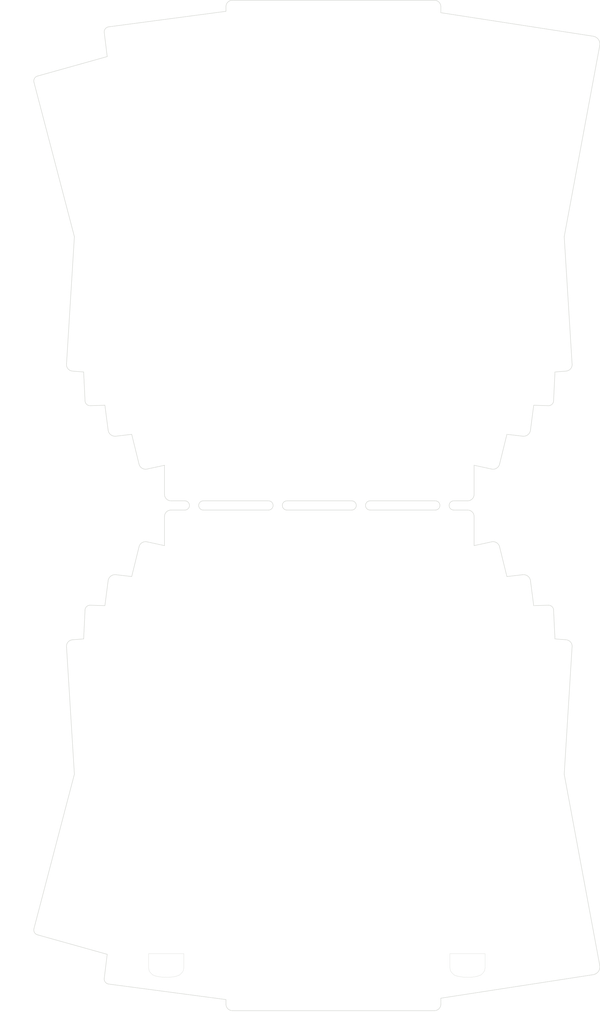
<source format=kicad_pcb>
(kicad_pcb (version 20221018) (generator pcbnew)
  (layers (0 "F.Cu" signal) (31 "B.Cu" signal) (34 "B.Paste" user) (35 "F.Paste" user) (36 "B.SilkS" user "B.Silkscreen") (37 "F.SilkS" user "F.Silkscreen") (38 "B.Mask" user) (39 "F.Mask" user) (44 "Edge.Cuts" user))
  (net 0 "")
  (footprint "0_local:Lanyard_Hole" (layer "F.Cu") (at 75 221.5 180)
    (fp_text reference "Lanyard" hide)
    (fp_text value "Lanyard_Hole" hide)
    (fp_line (start -3.831 -0.784) (end -3.704 -1.419) (stroke (width 0.05)) (layer "Edge.Cuts"))
    (fp_line (start -3.831 2.2894) (end -3.831 -0.784) (stroke (width 0.05)) (layer "Edge.Cuts"))
    (fp_line (start -3.704 -1.419) (end -3.45 -1.8) (stroke (width 0.05)) (layer "Edge.Cuts"))
    (fp_line (start -3.45 -1.8) (end -2.942 -2.308) (stroke (width 0.05)) (layer "Edge.Cuts"))
    (fp_line (start -2.942 -2.308) (end -2.307 -2.562) (stroke (width 0.05)) (layer "Edge.Cuts"))
    (fp_line (start -2.307 -2.562) (end -1.799 -2.689) (stroke (width 0.05)) (layer "Edge.Cuts"))
    (fp_line (start -1.799 -2.689) (end -0.783 -2.816) (stroke (width 0.05)) (layer "Edge.Cuts"))
    (fp_line (start -0.021 -2.816) (end -0.783 -2.816) (stroke (width 0.05)) (layer "Edge.Cuts"))
    (fp_line (start -0.021 -2.816) (end 0.741 -2.816) (stroke (width 0.05)) (layer "Edge.Cuts"))
    (fp_line (start 0.741 -2.816) (end 1.63 -2.689) (stroke (width 0.05)) (layer "Edge.Cuts"))
    (fp_line (start 1.63 -2.689) (end 2.265 -2.562) (stroke (width 0.05)) (layer "Edge.Cuts"))
    (fp_line (start 2.265 -2.562) (end 2.9 -2.308) (stroke (width 0.05)) (layer "Edge.Cuts"))
    (fp_line (start 2.9 -2.308) (end 3.408 -1.8) (stroke (width 0.05)) (layer "Edge.Cuts"))
    (fp_line (start 3.408 -1.8) (end 3.662 -1.419) (stroke (width 0.05)) (layer "Edge.Cuts"))
    (fp_line (start 3.662 -1.419) (end 3.789 -0.784) (stroke (width 0.05)) (layer "Edge.Cuts"))
    (fp_line (start 3.789 2.2894) (end -3.831 2.2894) (stroke (width 0.05)) (layer "Edge.Cuts"))
    (fp_line (start 3.789 2.2894) (end 3.789 -0.784) (stroke (width 0.05)) (layer "Edge.Cuts"))
  )
  (footprint "0_local:MountingHole_3.2mm_M3" (layer "F.Cu") (at 55 49)
    (fp_text reference "REF**" hide)
    (fp_text value "3.2mm_M3")
    (pad "" np_thru_hole circle (at 0 0) (size 3.2 3.2) (drill 3.2) (layers "F&B.Cu" "*.Mask"))
  )
  (footprint "0_badge:cowboys_vs_dinos_edgecuts" (layer "F.Cu") (at 108.15 66.15)
    (fp_text reference "Edge_Cuts")
    (fp_text value "edge_cuts_01" hide)
    (fp_line (start -61.737792 -35.583291) (end -53 -2.2) (stroke (width 0.1)) (layer "Edge.Cuts"))
    (fp_line (start -61.737792 147.583291) (end -53 114.2) (stroke (width 0.1)) (layer "Edge.Cuts"))
    (fp_line (start -53.39406 26.910896) (end -51 27.1) (stroke (width 0.1)) (layer "Edge.Cuts"))
    (fp_line (start -53.39406 85.089104) (end -51 84.9) (stroke (width 0.1)) (layer "Edge.Cuts"))
    (fp_line (start -53 -2.2) (end -54.7 25.301314) (stroke (width 0.1)) (layer "Edge.Cuts"))
    (fp_line (start -53 114.2) (end -54.7 86.698686) (stroke (width 0.1)) (layer "Edge.Cuts"))
    (fp_line (start -51 27.1) (end -50.7 33.3) (stroke (width 0.1)) (layer "Edge.Cuts"))
    (fp_line (start -51 84.9) (end -50.7 78.7) (stroke (width 0.1)) (layer "Edge.Cuts"))
    (fp_line (start -49.6 34.4) (end -46.4 34.3) (stroke (width 0.1)) (layer "Edge.Cuts"))
    (fp_line (start -49.6 77.6) (end -46.4 77.7) (stroke (width 0.1)) (layer "Edge.Cuts"))
    (fp_line (start -46.552505 -46.503215) (end -45.9 -41.2) (stroke (width 0.1)) (layer "Edge.Cuts"))
    (fp_line (start -46.552505 158.503215) (end -45.9 153.2) (stroke (width 0.1)) (layer "Edge.Cuts"))
    (fp_line (start -46.4 34.3) (end -45.710327 39.594395) (stroke (width 0.1)) (layer "Edge.Cuts"))
    (fp_line (start -46.4 77.7) (end -45.710327 72.405605) (stroke (width 0.1)) (layer "Edge.Cuts"))
    (fp_line (start -45.9 -41.2) (end -60.9 -37) (stroke (width 0.1)) (layer "Edge.Cuts"))
    (fp_line (start -45.9 153.2) (end -60.9 149) (stroke (width 0.1)) (layer "Edge.Cuts"))
    (fp_line (start -44 40.999999) (end -40.6 40.6) (stroke (width 0.1)) (layer "Edge.Cuts"))
    (fp_line (start -44 71.000001) (end -40.6 71.4) (stroke (width 0.1)) (layer "Edge.Cuts"))
    (fp_line (start -40.6 40.6) (end -39.027746 46.985549) (stroke (width 0.1)) (layer "Edge.Cuts"))
    (fp_line (start -40.6 71.4) (end -39.027746 65.014451) (stroke (width 0.1)) (layer "Edge.Cuts"))
    (fp_line (start -37.2 48.099999) (end -33.5 47.3) (stroke (width 0.1)) (layer "Edge.Cuts"))
    (fp_line (start -37.2 63.900001) (end -33.5 64.7) (stroke (width 0.1)) (layer "Edge.Cuts"))
    (fp_line (start -33.5 47.3) (end -33.5 53.6) (stroke (width 0.1)) (layer "Edge.Cuts"))
    (fp_line (start -33.5 64.7) (end -33.5 58.4) (stroke (width 0.1)) (layer "Edge.Cuts"))
    (fp_line (start -29.1 55) (end -32.1 55) (stroke (width 0.1)) (layer "Edge.Cuts"))
    (fp_line (start -29.1 57) (end -32.1 57) (stroke (width 0.1)) (layer "Edge.Cuts"))
    (fp_line (start -25.1 55) (end -11 55) (stroke (width 0.1)) (layer "Edge.Cuts"))
    (fp_line (start -25.1 57) (end -11 57) (stroke (width 0.1)) (layer "Edge.Cuts"))
    (fp_line (start -20.2 -52) (end -20.2 -51) (stroke (width 0.1)) (layer "Edge.Cuts"))
    (fp_line (start -20.2 -51) (end -45.450789 -47.6546) (stroke (width 0.1)) (layer "Edge.Cuts"))
    (fp_line (start -20.2 163) (end -45.450789 159.6546) (stroke (width 0.1)) (layer "Edge.Cuts"))
    (fp_line (start -20.2 164) (end -20.2 163) (stroke (width 0.1)) (layer "Edge.Cuts"))
    (fp_line (start -18.8 -53.4) (end 24.9 -53.4) (stroke (width 0.1)) (layer "Edge.Cuts"))
    (fp_line (start -18.8 165.4) (end 24.9 165.4) (stroke (width 0.1)) (layer "Edge.Cuts"))
    (fp_line (start -7 55) (end 7 55) (stroke (width 0.1)) (layer "Edge.Cuts"))
    (fp_line (start -7 57) (end 7 57) (stroke (width 0.1)) (layer "Edge.Cuts"))
    (fp_line (start 11 55) (end 25.1 55) (stroke (width 0.1)) (layer "Edge.Cuts"))
    (fp_line (start 11 57) (end 25.1 57) (stroke (width 0.1)) (layer "Edge.Cuts"))
    (fp_line (start 26.3 -52) (end 26.3 -50.7) (stroke (width 0.1)) (layer "Edge.Cuts"))
    (fp_line (start 26.3 -50.7) (end 59.290517 -45.603327) (stroke (width 0.1)) (layer "Edge.Cuts"))
    (fp_line (start 26.3 162.7) (end 59.290517 157.603327) (stroke (width 0.1)) (layer "Edge.Cuts"))
    (fp_line (start 26.3 164) (end 26.3 162.7) (stroke (width 0.1)) (layer "Edge.Cuts"))
    (fp_line (start 32.1 55) (end 29.1 55) (stroke (width 0.1)) (layer "Edge.Cuts"))
    (fp_line (start 32.1 57) (end 29.1 57) (stroke (width 0.1)) (layer "Edge.Cuts"))
    (fp_line (start 33.5 47.3) (end 33.5 53.6) (stroke (width 0.1)) (layer "Edge.Cuts"))
    (fp_line (start 33.5 64.7) (end 33.5 58.4) (stroke (width 0.1)) (layer "Edge.Cuts"))
    (fp_line (start 37.2 48.099999) (end 33.5 47.3) (stroke (width 0.1)) (layer "Edge.Cuts"))
    (fp_line (start 37.2 63.900001) (end 33.5 64.7) (stroke (width 0.1)) (layer "Edge.Cuts"))
    (fp_line (start 40.6 40.6) (end 39.027746 46.985549) (stroke (width 0.1)) (layer "Edge.Cuts"))
    (fp_line (start 40.6 71.4) (end 39.027746 65.014451) (stroke (width 0.1)) (layer "Edge.Cuts"))
    (fp_line (start 44 40.999999) (end 40.6 40.6) (stroke (width 0.1)) (layer "Edge.Cuts"))
    (fp_line (start 44 71.000001) (end 40.6 71.4) (stroke (width 0.1)) (layer "Edge.Cuts"))
    (fp_line (start 46.4 34.3) (end 45.710327 39.594395) (stroke (width 0.1)) (layer "Edge.Cuts"))
    (fp_line (start 46.4 77.7) (end 45.710327 72.405605) (stroke (width 0.1)) (layer "Edge.Cuts"))
    (fp_line (start 49.6 34.4) (end 46.4 34.3) (stroke (width 0.1)) (layer "Edge.Cuts"))
    (fp_line (start 49.6 77.6) (end 46.4 77.7) (stroke (width 0.1)) (layer "Edge.Cuts"))
    (fp_line (start 51 27.1) (end 50.7 33.3) (stroke (width 0.1)) (layer "Edge.Cuts"))
    (fp_line (start 51 84.9) (end 50.7 78.7) (stroke (width 0.1)) (layer "Edge.Cuts"))
    (fp_line (start 53 -2.2) (end 54.7 25.301314) (stroke (width 0.1)) (layer "Edge.Cuts"))
    (fp_line (start 53 114.2) (end 54.7 86.698686) (stroke (width 0.1)) (layer "Edge.Cuts"))
    (fp_line (start 53.39406 26.910896) (end 51 27.1) (stroke (width 0.1)) (layer "Edge.Cuts"))
    (fp_line (start 53.39406 85.089104) (end 51 84.9) (stroke (width 0.1)) (layer "Edge.Cuts"))
    (fp_line (start 60.693296 -43.619531) (end 53 -2.2) (stroke (width 0.1)) (layer "Edge.Cuts"))
    (fp_line (start 60.693296 155.619531) (end 53 114.2) (stroke (width 0.1)) (layer "Edge.Cuts"))
    (fp_arc (start -61.737792 -35.583291) (mid -61.630819 -36.476106) (end -60.9 -37) (stroke (width 0.1)) (layer "Edge.Cuts"))
    (fp_arc (start -60.9 149) (mid -61.630819 148.476106) (end -61.737792 147.583291) (stroke (width 0.1)) (layer "Edge.Cuts"))
    (fp_arc (start -54.7 86.698686) (mid -54.398062 85.609084) (end -53.39406 85.089104) (stroke (width 0.1)) (layer "Edge.Cuts"))
    (fp_arc (start -53.39406 26.910896) (mid -54.398062 26.390917) (end -54.7 25.301314) (stroke (width 0.1)) (layer "Edge.Cuts"))
    (fp_arc (start -50.7 78.7) (mid -50.377817 77.922183) (end -49.6 77.6) (stroke (width 0.1)) (layer "Edge.Cuts"))
    (fp_arc (start -49.6 34.4) (mid -50.377817 34.077817) (end -50.7 33.3) (stroke (width 0.1)) (layer "Edge.Cuts"))
    (fp_arc (start -46.552505 -46.503215) (mid -46.237169 -47.304269) (end -45.450789 -47.654599) (stroke (width 0.1)) (layer "Edge.Cuts"))
    (fp_arc (start -45.709968 72.400024) (mid -45.158655 71.329113) (end -44 71.000002) (stroke (width 0.1)) (layer "Edge.Cuts"))
    (fp_arc (start -45.450789 159.654599) (mid -46.237169 159.304269) (end -46.552505 158.503215) (stroke (width 0.1)) (layer "Edge.Cuts"))
    (fp_arc (start -44 40.999998) (mid -45.158655 40.670887) (end -45.709968 39.599976) (stroke (width 0.1)) (layer "Edge.Cuts"))
    (fp_arc (start -39.027746 65.014451) (mid -38.358001 64.056846) (end -37.2 63.900001) (stroke (width 0.1)) (layer "Edge.Cuts"))
    (fp_arc (start -37.2 48.099999) (mid -38.358 47.943154) (end -39.027746 46.985549) (stroke (width 0.1)) (layer "Edge.Cuts"))
    (fp_arc (start -33.5 58.4) (mid -33.089949 57.410051) (end -32.1 57) (stroke (width 0.1)) (layer "Edge.Cuts"))
    (fp_arc (start -32.1 55) (mid -33.089949 54.589949) (end -33.5 53.6) (stroke (width 0.1)) (layer "Edge.Cuts"))
    (fp_arc (start -29.1 55) (mid -28.1 56) (end -29.1 57) (stroke (width 0.1)) (layer "Edge.Cuts"))
    (fp_arc (start -25.1 57) (mid -26.1 56) (end -25.1 55) (stroke (width 0.1)) (layer "Edge.Cuts"))
    (fp_arc (start -20.2 -52) (mid -19.789949 -52.989949) (end -18.8 -53.4) (stroke (width 0.1)) (layer "Edge.Cuts"))
    (fp_arc (start -18.8 165.4) (mid -19.789949 164.989949) (end -20.2 164) (stroke (width 0.1)) (layer "Edge.Cuts"))
    (fp_arc (start -11 55) (mid -10 56) (end -11 57) (stroke (width 0.1)) (layer "Edge.Cuts"))
    (fp_arc (start -7 57) (mid -8 56) (end -7 55) (stroke (width 0.1)) (layer "Edge.Cuts"))
    (fp_arc (start 7 55) (mid 8 56) (end 7 57) (stroke (width 0.1)) (layer "Edge.Cuts"))
    (fp_arc (start 11 57) (mid 10 56) (end 11 55) (stroke (width 0.1)) (layer "Edge.Cuts"))
    (fp_arc (start 24.9 -53.4) (mid 25.88995 -52.98995) (end 26.3 -52) (stroke (width 0.1)) (layer "Edge.Cuts"))
    (fp_arc (start 25.1 55) (mid 26.1 56) (end 25.1 57) (stroke (width 0.1)) (layer "Edge.Cuts"))
    (fp_arc (start 26.3 164) (mid 25.88995 164.98995) (end 24.9 165.4) (stroke (width 0.1)) (layer "Edge.Cuts"))
    (fp_arc (start 29.1 57) (mid 28.1 56) (end 29.1 55) (stroke (width 0.1)) (layer "Edge.Cuts"))
    (fp_arc (start 32.1 57) (mid 33.08995 57.41005) (end 33.5 58.4) (stroke (width 0.1)) (layer "Edge.Cuts"))
    (fp_arc (start 33.5 53.6) (mid 33.08995 54.58995) (end 32.1 55) (stroke (width 0.1)) (layer "Edge.Cuts"))
    (fp_arc (start 37.2 63.900001) (mid 38.358001 64.056846) (end 39.027746 65.014451) (stroke (width 0.1)) (layer "Edge.Cuts"))
    (fp_arc (start 39.027746 46.985549) (mid 38.358001 47.943153) (end 37.2 48.099999) (stroke (width 0.1)) (layer "Edge.Cuts"))
    (fp_arc (start 44 71.000001) (mid 45.160818 71.330886) (end 45.710327 72.405605) (stroke (width 0.1)) (layer "Edge.Cuts"))
    (fp_arc (start 45.710327 39.594395) (mid 45.160818 40.669114) (end 44 40.999999) (stroke (width 0.1)) (layer "Edge.Cuts"))
    (fp_arc (start 49.6 77.6) (mid 50.377817 77.922183) (end 50.7 78.7) (stroke (width 0.1)) (layer "Edge.Cuts"))
    (fp_arc (start 50.7 33.3) (mid 50.377817 34.077817) (end 49.6 34.4) (stroke (width 0.1)) (layer "Edge.Cuts"))
    (fp_arc (start 53.39406 85.089104) (mid 54.398062 85.609084) (end 54.7 86.698686) (stroke (width 0.1)) (layer "Edge.Cuts"))
    (fp_arc (start 54.7 25.301314) (mid 54.398063 26.390916) (end 53.39406 26.910896) (stroke (width 0.1)) (layer "Edge.Cuts"))
    (fp_arc (start 59.290517 -45.603327) (mid 60.399992 -44.899994) (end 60.693296 -43.619531) (stroke (width 0.1)) (layer "Edge.Cuts"))
    (fp_arc (start 60.693296 155.619531) (mid 60.399994 156.899997) (end 59.290517 157.603327) (stroke (width 0.1)) (layer "Edge.Cuts"))
    (pad "" np_thru_hole circle (at -27.85 55.25) (size 0.5 0.5) (drill 0.5) (layers "*.Cu" "*.Mask"))
    (pad "" np_thru_hole circle (at -27.85 56.75) (size 0.5 0.5) (drill 0.5) (layers "*.Cu" "*.Mask"))
    (pad "" np_thru_hole circle (at -27.1 55.25) (size 0.5 0.5) (drill 0.5) (layers "*.Cu" "*.Mask"))
    (pad "" np_thru_hole circle (at -27.1 56.75) (size 0.5 0.5) (drill 0.5) (layers "*.Cu" "*.Mask"))
    (pad "" np_thru_hole circle (at -26.35 55.25) (size 0.5 0.5) (drill 0.5) (layers "*.Cu" "*.Mask"))
    (pad "" np_thru_hole circle (at -26.35 56.75) (size 0.5 0.5) (drill 0.5) (layers "*.Cu" "*.Mask"))
    (pad "" np_thru_hole circle (at -9.75 55.25) (size 0.5 0.5) (drill 0.5) (layers "*.Cu" "*.Mask"))
    (pad "" np_thru_hole circle (at -9.75 56.75) (size 0.5 0.5) (drill 0.5) (layers "*.Cu" "*.Mask"))
    (pad "" np_thru_hole circle (at -9 55.25) (size 0.5 0.5) (drill 0.5) (layers "*.Cu" "*.Mask"))
    (pad "" np_thru_hole circle (at -9 56.75) (size 0.5 0.5) (drill 0.5) (layers "*.Cu" "*.Mask"))
    (pad "" np_thru_hole circle (at -8.25 55.25) (size 0.5 0.5) (drill 0.5) (layers "*.Cu" "*.Mask"))
    (pad "" np_thru_hole circle (at -8.25 56.75) (size 0.5 0.5) (drill 0.5) (layers "*.Cu" "*.Mask"))
    (pad "" np_thru_hole circle (at 8.25 55.25) (size 0.5 0.5) (drill 0.5) (layers "*.Cu" "*.Mask"))
    (pad "" np_thru_hole circle (at 8.25 56.75) (size 0.5 0.5) (drill 0.5) (layers "*.Cu" "*.Mask"))
    (pad "" np_thru_hole circle (at 9 55.25) (size 0.5 0.5) (drill 0.5) (layers "*.Cu" "*.Mask"))
    (pad "" np_thru_hole circle (at 9 56.75) (size 0.5 0.5) (drill 0.5) (layers "*.Cu" "*.Mask"))
    (pad "" np_thru_hole circle (at 9.75 55.25) (size 0.5 0.5) (drill 0.5) (layers "*.Cu" "*.Mask"))
    (pad "" np_thru_hole circle (at 9.75 56.75) (size 0.5 0.5) (drill 0.5) (layers "*.Cu" "*.Mask"))
    (pad "" np_thru_hole circle (at 26.35 55.25) (size 0.5 0.5) (drill 0.5) (layers "*.Cu" "*.Mask"))
    (pad "" np_thru_hole circle (at 26.35 56.75) (size 0.5 0.5) (drill 0.5) (layers "*.Cu" "*.Mask"))
    (pad "" np_thru_hole circle (at 27.1 55.25) (size 0.5 0.5) (drill 0.5) (layers "*.Cu" "*.Mask"))
    (pad "" np_thru_hole circle (at 27.1 56.75) (size 0.5 0.5) (drill 0.5) (layers "*.Cu" "*.Mask"))
    (pad "" np_thru_hole circle (at 27.85 55.25) (size 0.5 0.5) (drill 0.5) (layers "*.Cu" "*.Mask"))
    (pad "" np_thru_hole circle (at 27.85 56.75) (size 0.5 0.5) (drill 0.5) (layers "*.Cu" "*.Mask"))
  )
  (footprint "0_local:MountingHole_3.2mm_M3" (layer "F.Cu") (at 160.17 195.3)
    (fp_text reference "REF**" hide)
    (fp_text value "3.2mm_M3")
    (pad "" np_thru_hole circle (at 0 0) (size 3.2 3.2) (drill 3.2) (layers "F&B.Cu" "*.Mask"))
  )
  (footprint "0_local:MountingHole_3.2mm_M3" (layer "F.Cu") (at 55 195.3)
    (fp_text reference "REF**" hide)
    (fp_text value "3.2mm_M3")
    (pad "" np_thru_hole circle (at 0 0) (size 3.2 3.2) (drill 3.2) (layers "F&B.Cu" "*.Mask"))
  )
  (footprint "0_local:MountingHole_3.2mm_M3" (layer "F.Cu") (at 160.17 49)
    (fp_text reference "REF**" hide)
    (fp_text value "3.2mm_M3")
    (pad "" np_thru_hole circle (at 0 0) (size 3.2 3.2) (drill 3.2) (layers "F&B.Cu" "*.Mask"))
  )
  (footprint "0_local:MountingHole_3.2mm_M3" (layer "F.Cu") (at 126.2 117.6)
    (fp_text reference "REF**" hide)
    (fp_text value "3.2mm_M3")
    (pad "" np_thru_hole circle (at 0 0) (size 3.2 3.2) (drill 3.2) (layers "F&B.Cu" "*.Mask"))
  )
  (footprint "0_local:MountingHole_3.2mm_M3" (layer "F.Cu") (at 90.1 126.7)
    (fp_text reference "REF**" hide)
    (fp_text value "3.2mm_M3")
    (pad "" np_thru_hole circle (at 0 0) (size 3.2 3.2) (drill 3.2) (layers "F&B.Cu" "*.Mask"))
  )
  (footprint "0_local:Lanyard_Hole" (layer "F.Cu") (at 140.2 221.5 180)
    (fp_text reference "Lanyard" hide)
    (fp_text value "Lanyard_Hole" hide)
    (fp_line (start -3.831 -0.784) (end -3.704 -1.419) (stroke (width 0.05)) (layer "Edge.Cuts"))
    (fp_line (start -3.831 2.2894) (end -3.831 -0.784) (stroke (width 0.05)) (layer "Edge.Cuts"))
    (fp_line (start -3.704 -1.419) (end -3.45 -1.8) (stroke (width 0.05)) (layer "Edge.Cuts"))
    (fp_line (start -3.45 -1.8) (end -2.942 -2.308) (stroke (width 0.05)) (layer "Edge.Cuts"))
    (fp_line (start -2.942 -2.308) (end -2.307 -2.562) (stroke (width 0.05)) (layer "Edge.Cuts"))
    (fp_line (start -2.307 -2.562) (end -1.799 -2.689) (stroke (width 0.05)) (layer "Edge.Cuts"))
    (fp_line (start -1.799 -2.689) (end -0.783 -2.816) (stroke (width 0.05)) (layer "Edge.Cuts"))
    (fp_line (start -0.021 -2.816) (end -0.783 -2.816) (stroke (width 0.05)) (layer "Edge.Cuts"))
    (fp_line (start -0.021 -2.816) (end 0.741 -2.816) (stroke (width 0.05)) (layer "Edge.Cuts"))
    (fp_line (start 0.741 -2.816) (end 1.63 -2.689) (stroke (width 0.05)) (layer "Edge.Cuts"))
    (fp_line (start 1.63 -2.689) (end 2.265 -2.562) (stroke (width 0.05)) (layer "Edge.Cuts"))
    (fp_line (start 2.265 -2.562) (end 2.9 -2.308) (stroke (width 0.05)) (layer "Edge.Cuts"))
    (fp_line (start 2.9 -2.308) (end 3.408 -1.8) (stroke (width 0.05)) (layer "Edge.Cuts"))
    (fp_line (start 3.408 -1.8) (end 3.662 -1.419) (stroke (width 0.05)) (layer "Edge.Cuts"))
    (fp_line (start 3.662 -1.419) (end 3.789 -0.784) (stroke (width 0.05)) (layer "Edge.Cuts"))
    (fp_line (start 3.789 2.2894) (end -3.831 2.2894) (stroke (width 0.05)) (layer "Edge.Cuts"))
    (fp_line (start 3.789 2.2894) (end 3.789 -0.784) (stroke (width 0.05)) (layer "Edge.Cuts"))
  )
  (footprint "0_local:MountingHole_3.2mm_M3" (layer "F.Cu") (at 126.2 126.7)
    (fp_text reference "REF**" hide)
    (fp_text value "3.2mm_M3")
    (pad "" np_thru_hole circle (at 0 0) (size 3.2 3.2) (drill 3.2) (layers "F&B.Cu" "*.Mask"))
  )
  (footprint "0_local:MountingHole_3.2mm_M3" (layer "F.Cu") (at 90.1 117.6)
    (fp_text reference "REF**" hide)
    (fp_text value "3.2mm_M3")
    (pad "" np_thru_hole circle (at 0 0) (size 3.2 3.2) (drill 3.2) (layers "F&B.Cu" "*.Mask"))
  )
)
</source>
